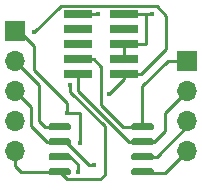
<source format=gbr>
%TF.GenerationSoftware,KiCad,Pcbnew,(5.1.7-0-10_14)*%
%TF.CreationDate,2020-11-09T11:56:13+00:00*%
%TF.ProjectId,STM32G031J6_Breakout,53544d33-3247-4303-9331-4a365f427265,rev?*%
%TF.SameCoordinates,Original*%
%TF.FileFunction,Copper,L1,Top*%
%TF.FilePolarity,Positive*%
%FSLAX46Y46*%
G04 Gerber Fmt 4.6, Leading zero omitted, Abs format (unit mm)*
G04 Created by KiCad (PCBNEW (5.1.7-0-10_14)) date 2020-11-09 11:56:13*
%MOMM*%
%LPD*%
G01*
G04 APERTURE LIST*
%TA.AperFunction,ComponentPad*%
%ADD10O,1.700000X1.700000*%
%TD*%
%TA.AperFunction,ComponentPad*%
%ADD11R,1.700000X1.700000*%
%TD*%
%TA.AperFunction,SMDPad,CuDef*%
%ADD12R,2.400000X0.740000*%
%TD*%
%TA.AperFunction,ViaPad*%
%ADD13C,0.450000*%
%TD*%
%TA.AperFunction,Conductor*%
%ADD14C,0.250000*%
%TD*%
G04 APERTURE END LIST*
D10*
%TO.P,J4,4*%
%TO.N,/PA8*%
X144780000Y-101600000D03*
%TO.P,J4,3*%
%TO.N,/PA12*%
X144780000Y-99060000D03*
%TO.P,J4,2*%
%TO.N,/SWDIO*%
X144780000Y-96520000D03*
D11*
%TO.P,J4,1*%
%TO.N,/SWCLK*%
X144780000Y-93980000D03*
%TD*%
D10*
%TO.P,J1,5*%
%TO.N,/NRST*%
X130175000Y-101600000D03*
%TO.P,J1,4*%
%TO.N,GNDS*%
X130175000Y-99060000D03*
%TO.P,J1,3*%
%TO.N,+3V3*%
X130175000Y-96520000D03*
%TO.P,J1,2*%
%TO.N,/PB7*%
X130175000Y-93980000D03*
D11*
%TO.P,J1,1*%
%TO.N,/VIN*%
X130175000Y-91440000D03*
%TD*%
%TO.P,U2,8*%
%TO.N,/SWCLK*%
%TA.AperFunction,SMDPad,CuDef*%
G36*
G01*
X140027500Y-99718000D02*
X140027500Y-99418000D01*
G75*
G02*
X140177500Y-99268000I150000J0D01*
G01*
X141777500Y-99268000D01*
G75*
G02*
X141927500Y-99418000I0J-150000D01*
G01*
X141927500Y-99718000D01*
G75*
G02*
X141777500Y-99868000I-150000J0D01*
G01*
X140177500Y-99868000D01*
G75*
G02*
X140027500Y-99718000I0J150000D01*
G01*
G37*
%TD.AperFunction*%
%TO.P,U2,7*%
%TO.N,/SWDIO*%
%TA.AperFunction,SMDPad,CuDef*%
G36*
G01*
X140027500Y-100988000D02*
X140027500Y-100688000D01*
G75*
G02*
X140177500Y-100538000I150000J0D01*
G01*
X141777500Y-100538000D01*
G75*
G02*
X141927500Y-100688000I0J-150000D01*
G01*
X141927500Y-100988000D01*
G75*
G02*
X141777500Y-101138000I-150000J0D01*
G01*
X140177500Y-101138000D01*
G75*
G02*
X140027500Y-100988000I0J150000D01*
G01*
G37*
%TD.AperFunction*%
%TO.P,U2,6*%
%TO.N,/PA12*%
%TA.AperFunction,SMDPad,CuDef*%
G36*
G01*
X140027500Y-102258000D02*
X140027500Y-101958000D01*
G75*
G02*
X140177500Y-101808000I150000J0D01*
G01*
X141777500Y-101808000D01*
G75*
G02*
X141927500Y-101958000I0J-150000D01*
G01*
X141927500Y-102258000D01*
G75*
G02*
X141777500Y-102408000I-150000J0D01*
G01*
X140177500Y-102408000D01*
G75*
G02*
X140027500Y-102258000I0J150000D01*
G01*
G37*
%TD.AperFunction*%
%TO.P,U2,5*%
%TO.N,/PA8*%
%TA.AperFunction,SMDPad,CuDef*%
G36*
G01*
X140027500Y-103528000D02*
X140027500Y-103228000D01*
G75*
G02*
X140177500Y-103078000I150000J0D01*
G01*
X141777500Y-103078000D01*
G75*
G02*
X141927500Y-103228000I0J-150000D01*
G01*
X141927500Y-103528000D01*
G75*
G02*
X141777500Y-103678000I-150000J0D01*
G01*
X140177500Y-103678000D01*
G75*
G02*
X140027500Y-103528000I0J150000D01*
G01*
G37*
%TD.AperFunction*%
%TO.P,U2,4*%
%TO.N,/NRST*%
%TA.AperFunction,SMDPad,CuDef*%
G36*
G01*
X133027500Y-103528000D02*
X133027500Y-103228000D01*
G75*
G02*
X133177500Y-103078000I150000J0D01*
G01*
X134777500Y-103078000D01*
G75*
G02*
X134927500Y-103228000I0J-150000D01*
G01*
X134927500Y-103528000D01*
G75*
G02*
X134777500Y-103678000I-150000J0D01*
G01*
X133177500Y-103678000D01*
G75*
G02*
X133027500Y-103528000I0J150000D01*
G01*
G37*
%TD.AperFunction*%
%TO.P,U2,3*%
%TO.N,GNDS*%
%TA.AperFunction,SMDPad,CuDef*%
G36*
G01*
X133027500Y-102258000D02*
X133027500Y-101958000D01*
G75*
G02*
X133177500Y-101808000I150000J0D01*
G01*
X134777500Y-101808000D01*
G75*
G02*
X134927500Y-101958000I0J-150000D01*
G01*
X134927500Y-102258000D01*
G75*
G02*
X134777500Y-102408000I-150000J0D01*
G01*
X133177500Y-102408000D01*
G75*
G02*
X133027500Y-102258000I0J150000D01*
G01*
G37*
%TD.AperFunction*%
%TO.P,U2,2*%
%TO.N,+3V3*%
%TA.AperFunction,SMDPad,CuDef*%
G36*
G01*
X133027500Y-100988000D02*
X133027500Y-100688000D01*
G75*
G02*
X133177500Y-100538000I150000J0D01*
G01*
X134777500Y-100538000D01*
G75*
G02*
X134927500Y-100688000I0J-150000D01*
G01*
X134927500Y-100988000D01*
G75*
G02*
X134777500Y-101138000I-150000J0D01*
G01*
X133177500Y-101138000D01*
G75*
G02*
X133027500Y-100988000I0J150000D01*
G01*
G37*
%TD.AperFunction*%
%TO.P,U2,1*%
%TO.N,/PB7*%
%TA.AperFunction,SMDPad,CuDef*%
G36*
G01*
X133027500Y-99718000D02*
X133027500Y-99418000D01*
G75*
G02*
X133177500Y-99268000I150000J0D01*
G01*
X134777500Y-99268000D01*
G75*
G02*
X134927500Y-99418000I0J-150000D01*
G01*
X134927500Y-99718000D01*
G75*
G02*
X134777500Y-99868000I-150000J0D01*
G01*
X133177500Y-99868000D01*
G75*
G02*
X133027500Y-99718000I0J150000D01*
G01*
G37*
%TD.AperFunction*%
%TD*%
D12*
%TO.P,J3,10*%
%TO.N,/NRST*%
X135527500Y-90043000D03*
%TO.P,J3,9*%
%TO.N,GNDS*%
X139427500Y-90043000D03*
%TO.P,J3,8*%
%TO.N,Net-(J3-Pad8)*%
X135527500Y-91313000D03*
%TO.P,J3,7*%
%TO.N,Net-(J3-Pad7)*%
X139427500Y-91313000D03*
%TO.P,J3,6*%
%TO.N,Net-(J3-Pad6)*%
X135527500Y-92583000D03*
%TO.P,J3,5*%
%TO.N,GNDS*%
X139427500Y-92583000D03*
%TO.P,J3,4*%
%TO.N,/SWCLK*%
X135527500Y-93853000D03*
%TO.P,J3,3*%
%TO.N,GNDS*%
X139427500Y-93853000D03*
%TO.P,J3,2*%
%TO.N,/SWDIO*%
X135527500Y-95123000D03*
%TO.P,J3,1*%
%TO.N,+3V3*%
X139427500Y-95123000D03*
%TD*%
D13*
%TO.N,GNDS*%
X141757400Y-90043000D03*
X135509000Y-103377990D03*
%TO.N,+3V3*%
X136906000Y-102783458D03*
X138176012Y-96774000D03*
X131826000Y-91567000D03*
%TO.N,/NRST*%
X137185400Y-90017600D03*
X134873996Y-96012000D03*
%TO.N,/VIN*%
X135715496Y-100965000D03*
X134620000Y-98425000D03*
%TD*%
D14*
%TO.N,GNDS*%
X139427500Y-92583000D02*
X139427500Y-93853000D01*
X139427500Y-90043000D02*
X141287500Y-90043000D01*
X141287500Y-90043000D02*
X141287500Y-92583000D01*
X141287500Y-92583000D02*
X139427500Y-92583000D01*
X140632900Y-90043000D02*
X141757400Y-90043000D01*
X135509000Y-102743000D02*
X135509000Y-103377990D01*
X134874000Y-102108000D02*
X135509000Y-102743000D01*
X133977500Y-102108000D02*
X134874000Y-102108000D01*
%TO.N,+3V3*%
X133977500Y-100838000D02*
X133286500Y-100838000D01*
X131546600Y-97891600D02*
X130175000Y-96520000D01*
X132905500Y-100838000D02*
X131546600Y-99479100D01*
X131546600Y-99479100D02*
X131546600Y-97891600D01*
X133977500Y-100838000D02*
X132905500Y-100838000D01*
X134493000Y-100838000D02*
X136438458Y-102783458D01*
X136438458Y-102783458D02*
X136906000Y-102783458D01*
X133977500Y-100838000D02*
X134493000Y-100838000D01*
X139427500Y-95123000D02*
X139427500Y-95522512D01*
X139427500Y-95522512D02*
X138176012Y-96774000D01*
X139427500Y-95123000D02*
X140877500Y-95123000D01*
X142179999Y-89347999D02*
X134045001Y-89347999D01*
X140877500Y-95123000D02*
X143002000Y-92998500D01*
X143002000Y-92998500D02*
X143002000Y-90170000D01*
X143002000Y-90170000D02*
X142179999Y-89347999D01*
X134045001Y-89347999D02*
X131826000Y-91567000D01*
%TO.N,/NRST*%
X135527500Y-90043000D02*
X137160000Y-90043000D01*
X137160000Y-90043000D02*
X137185400Y-90017600D01*
X130708400Y-103378000D02*
X130175000Y-102844600D01*
X130175000Y-102844600D02*
X130175000Y-101600000D01*
X133977500Y-103378000D02*
X130708400Y-103378000D01*
X137414000Y-104013000D02*
X137795000Y-103632000D01*
X134873996Y-96584200D02*
X134873996Y-96012000D01*
X134612500Y-104013000D02*
X137414000Y-104013000D01*
X133977500Y-103378000D02*
X134612500Y-104013000D01*
X137795000Y-103632000D02*
X137795000Y-99505204D01*
X137795000Y-99505204D02*
X134873996Y-96584200D01*
%TO.N,/PB7*%
X132257800Y-96062800D02*
X130175000Y-93980000D01*
X132257800Y-99085400D02*
X132257800Y-96062800D01*
X132740400Y-99568000D02*
X132257800Y-99085400D01*
X133977500Y-99568000D02*
X132740400Y-99568000D01*
%TO.N,/SWCLK*%
X140977500Y-99568000D02*
X140977500Y-97782500D01*
X140977500Y-97782500D02*
X140977500Y-96131500D01*
X143129000Y-93980000D02*
X144429990Y-93980000D01*
X140977500Y-96131500D02*
X143129000Y-93980000D01*
X139319000Y-99568000D02*
X140977500Y-99568000D01*
X137477500Y-97726500D02*
X139319000Y-99568000D01*
X137477500Y-94488000D02*
X137477500Y-97726500D01*
X136842500Y-93853000D02*
X137477500Y-94488000D01*
X135527500Y-93853000D02*
X136842500Y-93853000D01*
%TO.N,/SWDIO*%
X142875000Y-98425000D02*
X144780000Y-96520000D01*
X142875000Y-99885500D02*
X142875000Y-98425000D01*
X141922500Y-100838000D02*
X142875000Y-99885500D01*
X140977500Y-100838000D02*
X141922500Y-100838000D01*
X135551001Y-95146501D02*
X135527500Y-95123000D01*
X140977500Y-100838000D02*
X139827000Y-100838000D01*
X135551001Y-96562001D02*
X135551001Y-95146501D01*
X139827000Y-100838000D02*
X135551001Y-96562001D01*
%TO.N,/PA8*%
X142875000Y-103505000D02*
X144780000Y-101600000D01*
X141676000Y-103505000D02*
X142875000Y-103505000D01*
%TO.N,/PA12*%
X144780000Y-99504500D02*
X144780000Y-99060000D01*
X142176500Y-102108000D02*
X144780000Y-99504500D01*
X140977500Y-102108000D02*
X142176500Y-102108000D01*
%TO.N,/VIN*%
X135715496Y-98885496D02*
X135715496Y-100965000D01*
X135667992Y-98425000D02*
X135715496Y-98377496D01*
X134620000Y-98425000D02*
X135667992Y-98425000D01*
X135715496Y-98377496D02*
X135715496Y-98885496D01*
X134667504Y-98377496D02*
X135715496Y-98377496D01*
X134620000Y-98425000D02*
X134667504Y-98377496D01*
X134620000Y-97536000D02*
X134620000Y-98425000D01*
X131826000Y-92740990D02*
X131826000Y-94742000D01*
X131826000Y-94742000D02*
X134620000Y-97536000D01*
X130525010Y-91440000D02*
X131826000Y-92740990D01*
%TD*%
M02*

</source>
